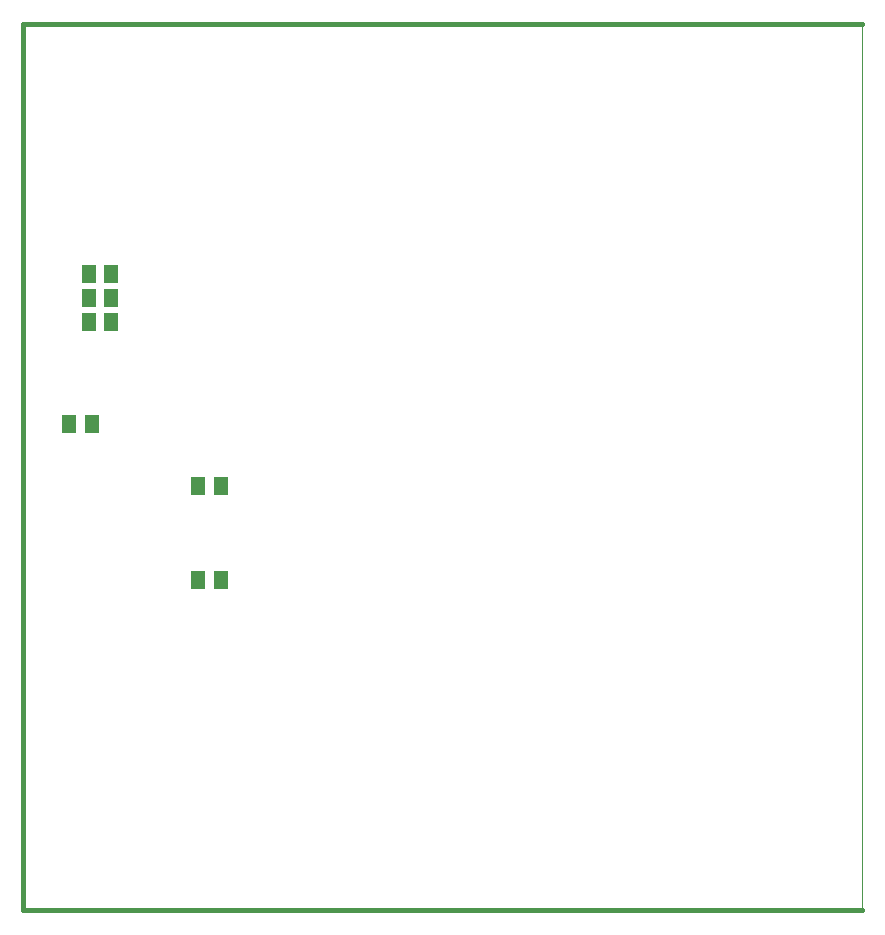
<source format=gbp>
G75*
%MOIN*%
%OFA0B0*%
%FSLAX25Y25*%
%IPPOS*%
%LPD*%
%AMOC8*
5,1,8,0,0,1.08239X$1,22.5*
%
%ADD10C,0.01600*%
%ADD11C,0.00100*%
%ADD12R,0.05118X0.05906*%
D10*
X0027500Y0001800D02*
X0027500Y0297076D01*
X0307028Y0297076D01*
X0307028Y0001800D02*
X0027500Y0001800D01*
D11*
X0307028Y0001800D02*
X0307028Y0297076D01*
D12*
X0093240Y0143300D03*
X0085760Y0143300D03*
X0085760Y0111800D03*
X0093240Y0111800D03*
X0050240Y0163800D03*
X0042760Y0163800D03*
X0049260Y0197800D03*
X0056740Y0197800D03*
X0056740Y0205800D03*
X0049260Y0205800D03*
X0049260Y0213800D03*
X0056740Y0213800D03*
M02*

</source>
